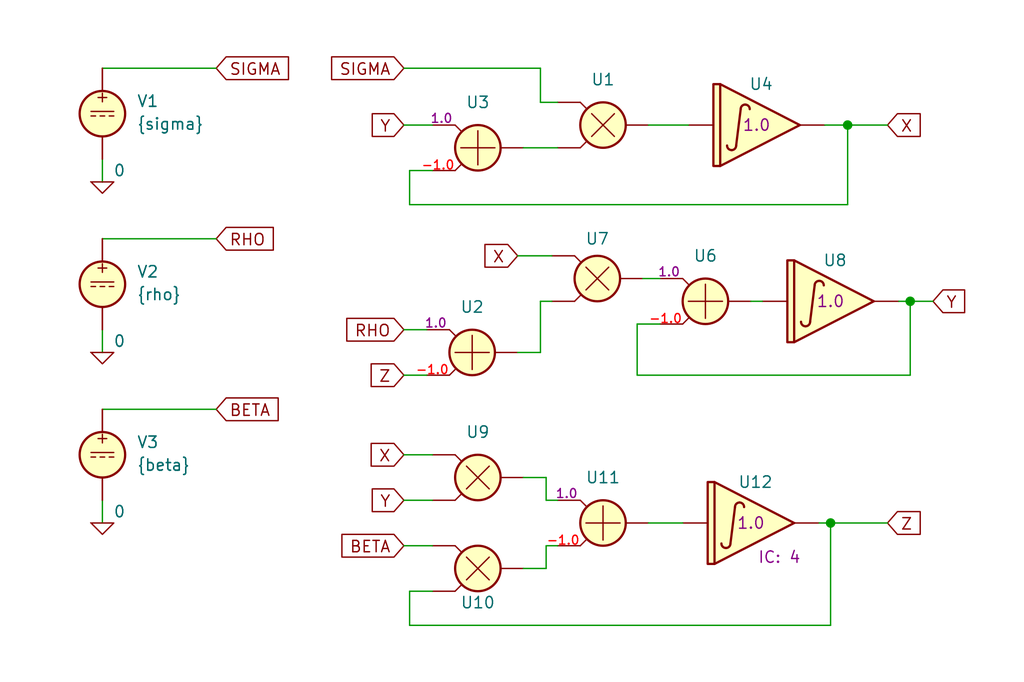
<source format=kicad_sch>
(kicad_sch (version 20250114) (generator "eeschema") (generator_version "9.0")
  (paper "User" 114.3 76.2)
  (lib_symbols
    (symbol "Simulation_SPICE:0" (power) (pin_numbers (hide yes)) (pin_names (offset 0) (hide yes))
      (property "Value" "0" (at 0 -2.54 0))
      (symbol "0_0_1"
        (polyline (pts (xy -1.27 0) (xy 0 -1.27) (xy 1.27 0) (xy -1.27 0)))
      )
      (symbol "0_1_1"
        (pin power_in line (at 0 0 0) (length 0) (name "~") (number "1"))
      )
    )
    (symbol "Simulation_SPICE:VDC" (pin_numbers (hide yes)) (pin_names (offset 0.0254))
      (property "Reference" "V" (at 2.54 2.54 0))
      (property "Value" "1" (at 2.54 0 0))
      (symbol "VDC_0_0"
        (polyline (pts (xy -1.27 0.254) (xy 1.27 0.254)))
        (polyline (pts (xy -0.762 -0.254) (xy -1.27 -0.254)))
        (polyline (pts (xy 0.254 -0.254) (xy -0.254 -0.254)))
        (polyline (pts (xy 1.27 -0.254) (xy 0.762 -0.254)))
        (text "+" (at 0 1.905 0) (effects (font (size 1.27 1.27))))
      )
      (symbol "VDC_0_1"
        (circle (center 0 0) (radius 2.54) (stroke (width 0.254)) (fill (type background)))
      )
      (symbol "VDC_1_1"
        (pin passive line (at 0 5.08 270) (length 2.54) (name "~") (number "1"))
        (pin passive line (at 0 -5.08 90) (length 2.54) (name "~") (number "2"))
      )
    )
    (symbol "XSPICE-Analog:A_INT" (pin_numbers (hide yes)) (pin_names (offset 0.254)) (in_bom no) (on_board no)
      (property "Reference" "U5" (at 0.508 4.572 0))
      (property "GAIN" "1.0" (at 0 0 0))
      (symbol "A_INT_0_1"
        (arc (start -2.794 -2.794) (mid -3.1532 -2.6452) (end -3.302 -2.286) (stroke (width 0.254)))
        (arc (start -2.286 -2.286) (mid -2.4348 -2.6452) (end -2.794 -2.794) (stroke (width 0.254)))
        (arc (start -1.778 1.778) (mid -1.6292 2.1372) (end -1.27 2.286) (stroke (width 0.254)))
        (arc (start -1.27 2.286) (mid -0.9108 2.1372) (end -0.762 1.778) (stroke (width 0.254)))
        (polyline (pts (xy 4.826 0) (xy -4.064 4.572) (xy -4.826 4.572) (xy -4.826 -4.572) (xy -4.064 -4.572) (xy 4.826 0)) (stroke (width 0.254)) (fill (type background)))
      )
      (symbol "A_INT_1_1"
        (polyline (pts (xy -4.064 4.572) (xy -4.064 -4.572)) (stroke (width 0.254)))
        (polyline (pts (xy -1.778 1.778) (xy -2.286 -2.286)) (stroke (width 0.254)))
        (pin input line (at -7.62 0 0) (length 2.8) (name "") (number "1"))
        (pin output line (at 7.62 0 180) (length 2.8) (name "~") (number "2"))
      )
    )
    (symbol "XSPICE-Analog:A_MULT_2" (pin_numbers (hide yes)) (pin_names (offset 0.0254)) (in_bom no) (on_board no)
      (property "Reference" "U1" (at 0 5.08 0))
      (property "IN_GAIN_1" "1.0" (at -5.334 3.302 0))
      (property "IN_GAIN_2" "1.0" (at -5.334 -1.778 0))
      (property "OUT_GAIN" "1.0" (at 3.048 0.762 0))
      (symbol "A_MULT_2_0_0"
        (polyline (pts (xy -2.54 2.54) (xy -1.905 1.905)))
        (polyline (pts (xy -2.54 -2.54) (xy -1.905 -1.905)))
      )
      (symbol "A_MULT_2_0_1"
        (polyline (pts (xy -1.27 1.27) (xy 1.27 -1.27)))
        (polyline (pts (xy -1.27 -1.27) (xy 1.27 1.27)))
        (circle (center 0 0) (radius 2.54) (stroke (width 0.254)) (fill (type background)))
      )
      (symbol "A_MULT_2_1_1"
        (pin input line (at -5.08 2.54 0) (length 2.54) (name "") (number "1"))
        (pin input line (at -5.08 -2.54 0) (length 2.54) (name "") (number "2"))
        (pin output line (at 5.08 0 180) (length 2.54) (name "~") (number "3"))
      )
    )
    (symbol "XSPICE-Analog:A_SUMM_2" (pin_numbers (hide yes)) (pin_names (offset 0.0254)) (in_bom no) (on_board no)
      (property "Reference" "U2" (at 0 5.08 0))
      (property "IN_GAIN_1" "1.0" (at -5.334 3.302 0))
      (property "IN_GAIN_2" "1.0" (at -5.334 -1.778 0))
      (property "OUT_GAIN" "1.0" (at 3.048 0.762 0))
      (symbol "A_SUMM_2_0_0"
        (polyline (pts (xy -2.54 2.54) (xy -1.905 1.905)))
        (polyline (pts (xy -2.54 -2.54) (xy -1.905 -1.905)))
      )
      (symbol "A_SUMM_2_0_1"
        (polyline (pts (xy -1.905 0) (xy 1.905 0)))
        (polyline (pts (xy 0 1.905) (xy 0 -1.905)))
        (circle (center 0 0) (radius 2.54) (stroke (width 0.254)) (fill (type background)))
      )
      (symbol "A_SUMM_2_1_1"
        (pin input line (at -5.08 2.54 0) (length 2.54) (name "") (number "1"))
        (pin input line (at -5.08 -2.54 0) (length 2.54) (name "") (number "2"))
        (pin output line (at 5.08 0 180) (length 2.54) (name "~") (number "3"))
      )
    )
  )
  (junction (at 101.6 33.655))
  (junction (at 92.71 58.42))
  (junction (at 94.615 13.97))
  (wire (pts (xy 11.43 17.78) (xy 11.43 20.32)))
  (wire (pts (xy 58.42 16.51) (xy 62.23 16.51)))
  (wire (pts (xy 45.72 19.05) (xy 45.72 22.86)))
  (wire (pts (xy 11.43 36.83) (xy 11.43 39.37)))
  (wire (pts (xy 45.085 13.97) (xy 48.26 13.97)))
  (wire (pts (xy 83.82 33.655) (xy 85.09 33.655)))
  (wire (pts (xy 60.325 7.62) (xy 60.325 11.43)))
  (wire (pts (xy 11.43 55.88) (xy 11.43 58.42)))
  (wire (pts (xy 92.71 69.85) (xy 92.71 58.42)))
  (wire (pts (xy 71.12 36.195) (xy 71.12 41.91)))
  (wire (pts (xy 48.26 19.05) (xy 45.72 19.05)))
  (wire (pts (xy 57.785 28.575) (xy 61.595 28.575)))
  (wire (pts (xy 60.325 11.43) (xy 62.23 11.43)))
  (wire (pts (xy 100.33 33.655) (xy 101.6 33.655)))
  (wire (pts (xy 45.085 41.91) (xy 47.625 41.91)))
  (wire (pts (xy 94.615 13.97) (xy 99.06 13.97)))
  (wire (pts (xy 60.325 33.655) (xy 61.595 33.655)))
  (wire (pts (xy 60.96 53.34) (xy 60.96 55.88)))
  (wire (pts (xy 72.39 13.97) (xy 76.835 13.97)))
  (wire (pts (xy 60.96 55.88) (xy 62.23 55.88)))
  (wire (pts (xy 60.96 63.5) (xy 60.96 60.96)))
  (wire (pts (xy 91.44 58.42) (xy 92.71 58.42)))
  (wire (pts (xy 58.42 63.5) (xy 60.96 63.5)))
  (wire (pts (xy 101.6 33.655) (xy 101.6 41.91)))
  (wire (pts (xy 92.71 58.42) (xy 99.06 58.42)))
  (wire (pts (xy 94.615 13.97) (xy 94.615 22.86)))
  (wire (pts (xy 71.755 31.115) (xy 73.66 31.115)))
  (wire (pts (xy 92.075 13.97) (xy 94.615 13.97)))
  (wire (pts (xy 71.12 36.195) (xy 73.66 36.195)))
  (wire (pts (xy 11.43 7.62) (xy 24.13 7.62)))
  (wire (pts (xy 45.085 36.83) (xy 47.625 36.83)))
  (wire (pts (xy 48.26 66.04) (xy 45.72 66.04)))
  (wire (pts (xy 45.085 7.62) (xy 60.325 7.62)))
  (wire (pts (xy 48.26 55.88) (xy 45.085 55.88)))
  (wire (pts (xy 60.96 60.96) (xy 62.23 60.96)))
  (wire (pts (xy 11.43 26.67) (xy 24.13 26.67)))
  (wire (pts (xy 45.72 22.86) (xy 94.615 22.86)))
  (wire (pts (xy 11.43 45.72) (xy 24.13 45.72)))
  (wire (pts (xy 71.12 41.91) (xy 101.6 41.91)))
  (wire (pts (xy 60.325 39.37) (xy 60.325 33.655)))
  (wire (pts (xy 45.72 69.85) (xy 92.71 69.85)))
  (wire (pts (xy 72.39 58.42) (xy 76.2 58.42)))
  (wire (pts (xy 101.6 33.655) (xy 104.14 33.655)))
  (wire (pts (xy 57.785 39.37) (xy 60.325 39.37)))
  (wire (pts (xy 45.085 60.96) (xy 48.26 60.96)))
  (wire (pts (xy 45.085 50.8) (xy 48.26 50.8)))
  (wire (pts (xy 45.72 66.04) (xy 45.72 69.85)))
  (wire (pts (xy 58.42 53.34) (xy 60.96 53.34)))
  (global_label "X" (shape input) (at 57.785 28.575 180) (property "Intersheetrefs" "${INTERSHEET_REFS}" (effects (hide yes))))
  (global_label "BETA" (shape input) (at 24.13 45.72 0) (property "Intersheetrefs" "${INTERSHEET_REFS}" (effects (hide yes))))
  (global_label "SIGMA" (shape input) (at 45.085 7.62 180) (property "Intersheetrefs" "${INTERSHEET_REFS}" (effects (hide yes))))
  (global_label "SIGMA" (shape input) (at 24.13 7.62 0) (property "Intersheetrefs" "${INTERSHEET_REFS}" (effects (hide yes))))
  (global_label "X" (shape input) (at 45.085 50.8 180) (property "Intersheetrefs" "${INTERSHEET_REFS}" (effects (hide yes))))
  (global_label "Y" (shape input) (at 45.085 13.97 180) (property "Intersheetrefs" "${INTERSHEET_REFS}" (effects (hide yes))))
  (global_label "Y" (shape input) (at 104.14 33.655 0) (property "Intersheetrefs" "${INTERSHEET_REFS}" (effects (hide yes))))
  (global_label "BETA" (shape input) (at 45.085 60.96 180) (property "Intersheetrefs" "${INTERSHEET_REFS}" (effects (hide yes))))
  (global_label "Y" (shape input) (at 45.085 55.88 180) (property "Intersheetrefs" "${INTERSHEET_REFS}" (effects (hide yes))))
  (global_label "X" (shape input) (at 99.06 13.97 0) (property "Intersheetrefs" "${INTERSHEET_REFS}" (effects (hide yes))))
  (global_label "Z" (shape input) (at 99.06 58.42 0) (property "Intersheetrefs" "${INTERSHEET_REFS}" (effects (hide yes))))
  (global_label "Z" (shape input) (at 45.085 41.91 180) (property "Intersheetrefs" "${INTERSHEET_REFS}" (effects (hide yes))))
  (global_label "RHO" (shape input) (at 24.13 26.67 0) (property "Intersheetrefs" "${INTERSHEET_REFS}" (effects (hide yes))))
  (global_label "RHO" (shape input) (at 45.085 36.83 180) (property "Intersheetrefs" "${INTERSHEET_REFS}" (effects (hide yes))))
  (symbol (lib_id "XSPICE-Analog:A_SUMM_2") (at 67.31 58.42 0) (unit 1) (in_bom no) (on_board no)
    (property "Reference" "U11" (at 67.31 53.34 0))
    (property "Value" "A_SUMM_2" (effects (hide yes)))
    (property "Description" "Analog addition / subtraction" (effects (hide yes)))
    (property "IN_GAIN_1" "1.0" (at 61.976 55.118 0) (effects (font (size 1 1)) (justify left)))
    (property "IN_GAIN_2" "-1.0" (at 60.96 60.325 0) (effects (font (size 1 1)) (justify left)))
    (property "OUT_GAIN" "1.0" (effects (hide yes)))
    (property "IN_OFFSET_1" "0.0" (effects (hide yes)))
    (property "IN_OFFSET_2" "0.0" (effects (hide yes)))
    (property "OUT_OFFSET" "0.0" (effects (hide yes)))
    (property "Sim.Name" "A_SUMM_2" (effects (hide yes)))
    (property "Sim.Library" "xspice_analog.sp" (effects (hide yes)))
    (property "Sim.Device" "SUBCKT" (effects (hide yes)))
    (property "Sim.Pins" "1=in1 2=in2 3=out" (effects (hide yes)))
    (property "Sim.Params" "in1_gain=${IN_GAIN_1} in1_offset=0 in2_gain=${IN_GAIN_2} in2_offset=0 out_gain=${OUT_GAIN} out_offset=0" (effects (hide yes)))
  )
  (symbol (lib_id "XSPICE-Analog:A_INT") (at 92.71 33.655 0) (unit 1) (in_bom no) (on_board no)
    (property "Reference" "U8" (at 93.218 29.083 0))
    (property "Value" "A_INT" (effects (hide yes)))
    (property "Description" "Integrator" (effects (hide yes)))
    (property "GAIN" "1.0" (at 92.71 33.655 0))
    (property "OFFSET" "0.0" (effects (hide yes)))
    (property "IC" "1" (effects (hide yes)))
    (property "Sim.Name" "A_INT" (effects (hide yes)))
    (property "Sim.Device" "SUBCKT" (effects (hide yes)))
    (property "Sim.Library" "xspice_analog.sp" (effects (hide yes)))
    (property "Sim.Pins" "1=in  2=out" (effects (hide yes)))
    (property "Sim.Params" "in_offset=${OFFSET} out_gain=${GAIN} out_ic=${IC}" (effects (hide yes)))
  )
  (symbol (lib_id "XSPICE-Analog:A_SUMM_2") (at 78.74 33.655 0) (unit 1) (in_bom no) (on_board no)
    (property "Reference" "U6" (at 78.74 28.575 0))
    (property "Value" "A_SUMM_2" (effects (hide yes)))
    (property "Description" "Analog addition / subtraction" (effects (hide yes)))
    (property "IN_GAIN_1" "1.0" (at 73.406 30.353 0) (effects (font (size 1 1)) (justify left)))
    (property "IN_GAIN_2" "-1.0" (at 72.39 35.56 0) (effects (font (size 1 1)) (justify left)))
    (property "OUT_GAIN" "1.0" (effects (hide yes)))
    (property "IN_OFFSET_1" "0.0" (effects (hide yes)))
    (property "IN_OFFSET_2" "0.0" (effects (hide yes)))
    (property "OUT_OFFSET" "0.0" (effects (hide yes)))
    (property "Sim.Name" "A_SUMM_2" (effects (hide yes)))
    (property "Sim.Library" "xspice_analog.sp" (effects (hide yes)))
    (property "Sim.Device" "SUBCKT" (effects (hide yes)))
    (property "Sim.Pins" "1=in1 2=in2 3=out" (effects (hide yes)))
    (property "Sim.Params" "in1_gain=${IN_GAIN_1} in1_offset=0 in2_gain=${IN_GAIN_2} in2_offset=0 out_gain=${OUT_GAIN} out_offset=0" (effects (hide yes)))
  )
  (symbol (lib_id "XSPICE-Analog:A_INT") (at 83.82 58.42 0) (unit 1) (in_bom no) (on_board no)
    (property "Reference" "U12" (at 84.328 53.848 0))
    (property "Value" "A_INT" (effects (hide yes)))
    (property "Description" "Integrator" (effects (hide yes)))
    (property "GAIN" "1.0" (at 83.82 58.42 0))
    (property "OFFSET" "0.0" (effects (hide yes)))
    (property "IC" "4" (at 86.995 62.23 0) (show_name yes))
    (property "Sim.Name" "A_INT" (effects (hide yes)))
    (property "Sim.Device" "SUBCKT" (effects (hide yes)))
    (property "Sim.Library" "xspice_analog.sp" (effects (hide yes)))
    (property "Sim.Pins" "1=in  2=out" (effects (hide yes)))
    (property "Sim.Params" "in_offset=${OFFSET} out_gain=${GAIN} out_ic=${IC}" (effects (hide yes)))
  )
  (symbol (lib_id "XSPICE-Analog:A_SUMM_2") (at 52.705 39.37 0) (unit 1) (in_bom no) (on_board no)
    (property "Reference" "U2" (at 52.705 34.29 0))
    (property "Value" "A_SUMM_2" (effects (hide yes)))
    (property "Description" "Analog addition / subtraction" (effects (hide yes)))
    (property "IN_GAIN_1" "1.0" (at 47.371 36.068 0) (effects (font (size 1 1)) (justify left)))
    (property "IN_GAIN_2" "-1.0" (at 46.355 41.275 0) (effects (font (size 1 1)) (justify left)))
    (property "OUT_GAIN" "1.0" (effects (hide yes)))
    (property "IN_OFFSET_1" "0.0" (effects (hide yes)))
    (property "IN_OFFSET_2" "0.0" (effects (hide yes)))
    (property "OUT_OFFSET" "0.0" (effects (hide yes)))
    (property "Sim.Name" "A_SUMM_2" (effects (hide yes)))
    (property "Sim.Library" "xspice_analog.sp" (effects (hide yes)))
    (property "Sim.Device" "SUBCKT" (effects (hide yes)))
    (property "Sim.Pins" "1=in1 2=in2 3=out" (effects (hide yes)))
    (property "Sim.Params" "in1_gain=${IN_GAIN_1} in1_offset=0 in2_gain=${IN_GAIN_2} in2_offset=0 out_gain=${OUT_GAIN} out_offset=0" (effects (hide yes)))
  )
  (symbol (lib_id "XSPICE-Analog:A_SUMM_2") (at 53.34 16.51 0) (unit 1) (in_bom no) (on_board no)
    (property "Reference" "U3" (at 53.34 11.43 0))
    (property "Value" "A_SUMM_2" (effects (hide yes)))
    (property "Description" "Analog addition / subtraction" (effects (hide yes)))
    (property "IN_GAIN_1" "1.0" (at 48.006 13.208 0) (effects (font (size 1 1)) (justify left)))
    (property "IN_GAIN_2" "-1.0" (at 46.99 18.415 0) (effects (font (size 1 1)) (justify left)))
    (property "OUT_GAIN" "1.0" (effects (hide yes)))
    (property "IN_OFFSET_1" "0.0" (effects (hide yes)))
    (property "IN_OFFSET_2" "0.0" (effects (hide yes)))
    (property "OUT_OFFSET" "0.0" (effects (hide yes)))
    (property "Sim.Name" "A_SUMM_2" (effects (hide yes)))
    (property "Sim.Library" "xspice_analog.sp" (effects (hide yes)))
    (property "Sim.Device" "SUBCKT" (effects (hide yes)))
    (property "Sim.Pins" "1=in1 2=in2 3=out" (effects (hide yes)))
    (property "Sim.Params" "in1_gain=${IN_GAIN_1} in1_offset=0 in2_gain=${IN_GAIN_2} in2_offset=0 out_gain=${OUT_GAIN} out_offset=0" (effects (hide yes)))
  )
  (symbol (lib_id "XSPICE-Analog:A_MULT_2") (at 66.675 31.115 0) (unit 1) (in_bom no) (on_board no)
    (property "Reference" "U7" (at 66.675 26.67 0))
    (property "Value" "A_MULT_2" (effects (hide yes)))
    (property "Description" "Analog multiplication" (effects (hide yes)))
    (property "IN_GAIN_1" "1.0" (effects (hide yes)))
    (property "IN_GAIN_2" "1.0" (effects (hide yes)))
    (property "OUT_GAIN" "1.0" (effects (hide yes)))
    (property "IN_OFFSET_1" "0.0" (effects (hide yes)))
    (property "IN_OFFSET_2" "0.0" (effects (hide yes)))
    (property "OUT_OFFSET" "0.0" (effects (hide yes)))
    (property "Sim.Name" "A_MULT_2" (effects (hide yes)))
    (property "Sim.Device" "SUBCKT" (effects (hide yes)))
    (property "Sim.Pins" "1=in1 2=in2 3=out" (effects (hide yes)))
    (property "Sim.Library" "xspice_analog.sp" (effects (hide yes)))
    (property "Sim.Params" "in1_gain=${IN_GAIN_1} in1_offset=0 in2_gain=${IN_GAIN_2} in2_offset=0 out_gain=${OUT_GAIN} out_offset=0" (effects (hide yes)))
  )
  (symbol (lib_id "Simulation_SPICE:VDC") (at 11.43 50.8 0) (unit 1)
    (property "Reference" "V3" (at 15.24 49.4001 0) (effects (justify left)))
    (property "Value" "{beta}" (at 15.24 51.9401 0) (effects (justify left)))
    (property "Datasheet" "https://ngspice.sourceforge.io/docs/ngspice-html-manual/manual.xhtml#sec_Independent_Sources_for" (effects (hide yes)))
    (property "Description" "Voltage source, DC" (effects (hide yes)))
    (property "Sim.Pins" "1=+ 2=-" (effects (hide yes)))
    (property "Sim.Type" "DC" (effects (hide yes)))
    (property "Sim.Device" "V" (effects (hide yes)))
  )
  (symbol (lib_id "Simulation_SPICE:VDC") (at 11.43 31.75 0) (unit 1)
    (property "Reference" "V2" (at 15.24 30.3501 0) (effects (justify left)))
    (property "Value" "{rho}" (at 15.24 32.8901 0) (effects (justify left)))
    (property "Datasheet" "https://ngspice.sourceforge.io/docs/ngspice-html-manual/manual.xhtml#sec_Independent_Sources_for" (effects (hide yes)))
    (property "Description" "Voltage source, DC" (effects (hide yes)))
    (property "Sim.Pins" "1=+ 2=-" (effects (hide yes)))
    (property "Sim.Type" "DC" (effects (hide yes)))
    (property "Sim.Device" "V" (effects (hide yes)))
  )
  (symbol (lib_id "Simulation_SPICE:0") (at 11.43 20.32 0) (unit 1)
    (property "Reference" "#GND01" (effects (hide yes)))
    (property "Value" "0" (at 13.335 19.05 0))
    (property "Datasheet" "https://ngspice.sourceforge.io/docs/ngspice-html-manual/manual.xhtml#subsec_Circuit_elements__device" (effects (hide yes)))
    (property "Description" "0V reference potential for simulation" (effects (hide yes)))
  )
  (symbol (lib_id "Simulation_SPICE:VDC") (at 11.43 12.7 0) (unit 1)
    (property "Reference" "V1" (at 15.24 11.3001 0) (effects (justify left)))
    (property "Value" "{sigma}" (at 15.24 13.8401 0) (effects (justify left)))
    (property "Datasheet" "https://ngspice.sourceforge.io/docs/ngspice-html-manual/manual.xhtml#sec_Independent_Sources_for" (effects (hide yes)))
    (property "Description" "Voltage source, DC" (effects (hide yes)))
    (property "Sim.Pins" "1=+ 2=-" (effects (hide yes)))
    (property "Sim.Type" "DC" (effects (hide yes)))
    (property "Sim.Device" "V" (effects (hide yes)))
  )
  (symbol (lib_id "Simulation_SPICE:0") (at 11.43 39.37 0) (unit 1)
    (property "Reference" "#GND02" (effects (hide yes)))
    (property "Value" "0" (at 13.335 38.1 0))
    (property "Datasheet" "https://ngspice.sourceforge.io/docs/ngspice-html-manual/manual.xhtml#subsec_Circuit_elements__device" (effects (hide yes)))
    (property "Description" "0V reference potential for simulation" (effects (hide yes)))
  )
  (symbol (lib_id "XSPICE-Analog:A_INT") (at 84.455 13.97 0) (unit 1) (in_bom no) (on_board no)
    (property "Reference" "U4" (at 84.963 9.398 0))
    (property "Value" "A_INT" (effects (hide yes)))
    (property "Description" "Integrator" (effects (hide yes)))
    (property "GAIN" "1.0" (at 84.455 13.97 0))
    (property "OFFSET" "0.0" (effects (hide yes)))
    (property "IC" "0" (effects (hide yes)))
    (property "Sim.Name" "A_INT" (effects (hide yes)))
    (property "Sim.Device" "SUBCKT" (effects (hide yes)))
    (property "Sim.Library" "xspice_analog.sp" (effects (hide yes)))
    (property "Sim.Pins" "1=in  2=out" (effects (hide yes)))
    (property "Sim.Params" "in_offset=${OFFSET} out_gain=${GAIN} out_ic=${IC}" (effects (hide yes)))
  )
  (symbol (lib_id "XSPICE-Analog:A_MULT_2") (at 53.34 63.5 0) (unit 1) (in_bom no) (on_board no)
    (property "Reference" "U10" (at 53.34 67.31 0))
    (property "Value" "A_MULT_2" (effects (hide yes)))
    (property "Description" "Analog multiplication" (effects (hide yes)))
    (property "IN_GAIN_1" "1.0" (effects (hide yes)))
    (property "IN_GAIN_2" "1.0" (effects (hide yes)))
    (property "OUT_GAIN" "1.0" (effects (hide yes)))
    (property "IN_OFFSET_1" "0.0" (effects (hide yes)))
    (property "IN_OFFSET_2" "0.0" (effects (hide yes)))
    (property "OUT_OFFSET" "0.0" (effects (hide yes)))
    (property "Sim.Name" "A_MULT_2" (effects (hide yes)))
    (property "Sim.Device" "SUBCKT" (effects (hide yes)))
    (property "Sim.Pins" "1=in1 2=in2 3=out" (effects (hide yes)))
    (property "Sim.Library" "xspice_analog.sp" (effects (hide yes)))
    (property "Sim.Params" "in1_gain=${IN_GAIN_1} in1_offset=0 in2_gain=${IN_GAIN_2} in2_offset=0 out_gain=${OUT_GAIN} out_offset=0" (effects (hide yes)))
  )
  (symbol (lib_id "XSPICE-Analog:A_MULT_2") (at 53.34 53.34 0) (unit 1) (in_bom no) (on_board no)
    (property "Reference" "U9" (at 53.34 48.26 0))
    (property "Value" "A_MULT_2" (effects (hide yes)))
    (property "Description" "Analog multiplication" (effects (hide yes)))
    (property "IN_GAIN_1" "1.0" (effects (hide yes)))
    (property "IN_GAIN_2" "1.0" (effects (hide yes)))
    (property "OUT_GAIN" "1.0" (effects (hide yes)))
    (property "IN_OFFSET_1" "0.0" (effects (hide yes)))
    (property "IN_OFFSET_2" "0.0" (effects (hide yes)))
    (property "OUT_OFFSET" "0.0" (effects (hide yes)))
    (property "Sim.Name" "A_MULT_2" (effects (hide yes)))
    (property "Sim.Device" "SUBCKT" (effects (hide yes)))
    (property "Sim.Pins" "1=in1 2=in2 3=out" (effects (hide yes)))
    (property "Sim.Library" "xspice_analog.sp" (effects (hide yes)))
    (property "Sim.Params" "in1_gain=${IN_GAIN_1} in1_offset=0 in2_gain=${IN_GAIN_2} in2_offset=0 out_gain=${OUT_GAIN} out_offset=0" (effects (hide yes)))
  )
  (symbol (lib_id "XSPICE-Analog:A_MULT_2") (at 67.31 13.97 0) (unit 1) (in_bom no) (on_board no)
    (property "Reference" "U1" (at 67.31 8.89 0))
    (property "Value" "A_MULT_2" (effects (hide yes)))
    (property "Description" "Analog multiplication" (effects (hide yes)))
    (property "IN_GAIN_1" "1.0" (effects (hide yes)))
    (property "IN_GAIN_2" "1.0" (effects (hide yes)))
    (property "OUT_GAIN" "1.0" (effects (hide yes)))
    (property "IN_OFFSET_1" "0.0" (effects (hide yes)))
    (property "IN_OFFSET_2" "0.0" (effects (hide yes)))
    (property "OUT_OFFSET" "0.0" (effects (hide yes)))
    (property "Sim.Name" "A_MULT_2" (effects (hide yes)))
    (property "Sim.Device" "SUBCKT" (effects (hide yes)))
    (property "Sim.Pins" "1=in1 2=in2 3=out" (effects (hide yes)))
    (property "Sim.Library" "xspice_analog.sp" (effects (hide yes)))
    (property "Sim.Params" "in1_gain=${IN_GAIN_1} in1_offset=0 in2_gain=${IN_GAIN_2} in2_offset=0 out_gain=${OUT_GAIN} out_offset=0" (effects (hide yes)))
  )
  (symbol (lib_id "Simulation_SPICE:0") (at 11.43 58.42 0) (unit 1)
    (property "Reference" "#GND03" (effects (hide yes)))
    (property "Value" "0" (at 13.335 57.15 0))
    (property "Datasheet" "https://ngspice.sourceforge.io/docs/ngspice-html-manual/manual.xhtml#subsec_Circuit_elements__device" (effects (hide yes)))
    (property "Description" "0V reference potential for simulation" (effects (hide yes)))
  )
)
</source>
